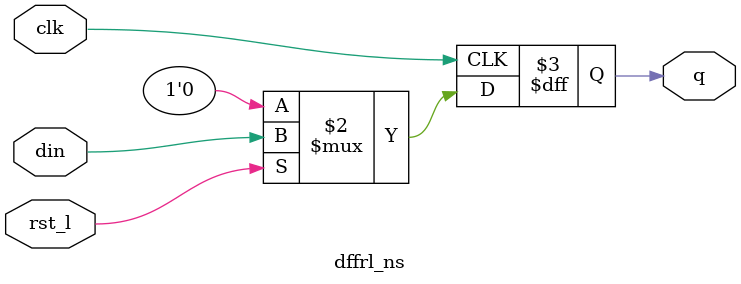
<source format=v>
module dffrl_ns (din, clk, rst_l, q);
parameter SIZE = 1;
input	[SIZE-1:0]	din ;	
input			clk ;	
input			rst_l ;	
output	[SIZE-1:0]	q ;	
reg 	[SIZE-1:0]	q ;
always @ (posedge clk)
  q[SIZE-1:0] <= rst_l ? din[SIZE-1:0] : {SIZE{1'b0}};
endmodule
</source>
